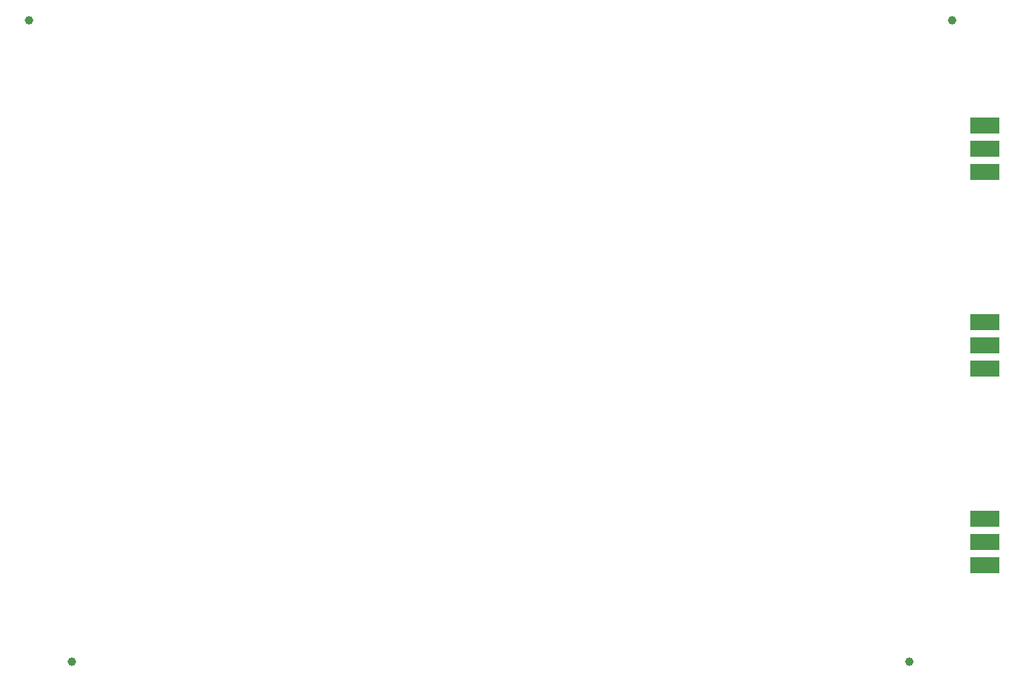
<source format=gbp>
G04 Layer: BottomPasteMaskLayer*
G04 EasyEDA Pro v1.9.28.eba1c1, 2023-02-22 19:28:42*
G04 Gerber Generator version 0.3*
G04 Scale: 100 percent, Rotated: No, Reflected: No*
G04 Dimensions in millimeters*
G04 Leading zeros omitted, absolute positions, 3 integers and 3 decimals*
G04 Panelize: Stamp Hole, Column: 1, Row: 3, Board Size: 127.734mm x 20.95mm, Panelized Board Size: 127.734mm x 82.847mm, Panelized Method: All Objects*
%FSLAX33Y33*%
%MOMM*%
%ADD10C,1.000001*%
%ADD11R,3.500001X1.899996*%
G75*


G04 Panelize Start*
G54D10*
G01X-59975Y60373D03*
G01X47760Y60373D03*
G01X-54975Y-14475D03*
G01X42760Y-14475D03*
G04 Panelize End*

G04 Pad Start*
G54D11*
G01X51562Y-538D03*
G01X51562Y-3235D03*
G01X51562Y2159D03*
G04 Pad End*
G54D10*
G01X-59975Y60373D03*
G01X47760Y60373D03*
G01X-54975Y-14475D03*
G01X42760Y-14475D03*
G04 Panelize End*
G54D11*
G01X51562Y22411D03*
G01X51562Y19714D03*
G01X51562Y25108D03*
G04 Pad End*
G54D10*
G01X-59975Y60373D03*
G01X47760Y60373D03*
G01X-54975Y-14475D03*
G01X42760Y-14475D03*
G04 Panelize End*
G54D11*
G01X51562Y45360D03*
G01X51562Y42663D03*
G01X51562Y48057D03*
G04 Pad End*

M02*

</source>
